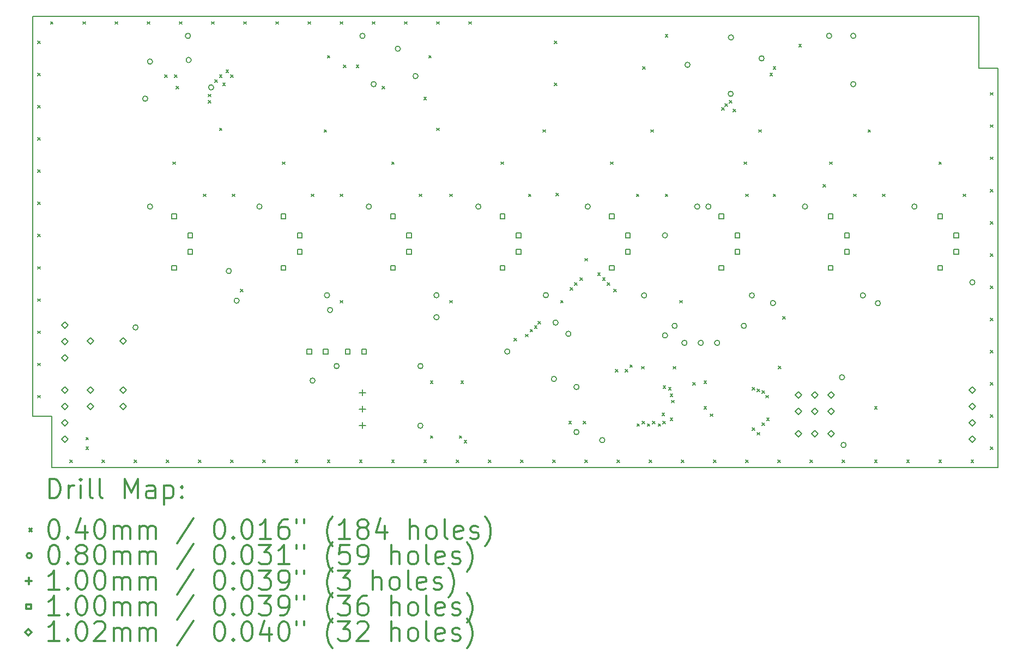
<source format=gbr>
%FSLAX45Y45*%
G04 Gerber Fmt 4.5, Leading zero omitted, Abs format (unit mm)*
G04 Created by KiCad (PCBNEW 4.0.2-stable) date 4/21/2016 11:50:00 AM*
%MOMM*%
G01*
G04 APERTURE LIST*
%ADD10C,0.127000*%
%ADD11C,0.200000*%
%ADD12C,0.300000*%
G04 APERTURE END LIST*
D10*
D11*
X14700000Y6200000D02*
X15000000Y6200000D01*
X14700000Y7000000D02*
X14700000Y6200000D01*
X300000Y800000D02*
X0Y800000D01*
X300000Y0D02*
X300000Y800000D01*
X15000000Y0D02*
X300000Y0D01*
X15000000Y6200000D02*
X15000000Y0D01*
X0Y7000000D02*
X14700000Y7000000D01*
X0Y800000D02*
X0Y7000000D01*
D11*
X80000Y6620000D02*
X120000Y6580000D01*
X120000Y6620000D02*
X80000Y6580000D01*
X80000Y6120000D02*
X120000Y6080000D01*
X120000Y6120000D02*
X80000Y6080000D01*
X80000Y5620000D02*
X120000Y5580000D01*
X120000Y5620000D02*
X80000Y5580000D01*
X80000Y5120000D02*
X120000Y5080000D01*
X120000Y5120000D02*
X80000Y5080000D01*
X80000Y4620000D02*
X120000Y4580000D01*
X120000Y4620000D02*
X80000Y4580000D01*
X80000Y4120000D02*
X120000Y4080000D01*
X120000Y4120000D02*
X80000Y4080000D01*
X80000Y3620000D02*
X120000Y3580000D01*
X120000Y3620000D02*
X80000Y3580000D01*
X80000Y3120000D02*
X120000Y3080000D01*
X120000Y3120000D02*
X80000Y3080000D01*
X80000Y2620000D02*
X120000Y2580000D01*
X120000Y2620000D02*
X80000Y2580000D01*
X80000Y2120000D02*
X120000Y2080000D01*
X120000Y2120000D02*
X80000Y2080000D01*
X80000Y1620000D02*
X120000Y1580000D01*
X120000Y1620000D02*
X80000Y1580000D01*
X80000Y1120000D02*
X120000Y1080000D01*
X120000Y1120000D02*
X80000Y1080000D01*
X280000Y6920000D02*
X320000Y6880000D01*
X320000Y6920000D02*
X280000Y6880000D01*
X580000Y120000D02*
X620000Y80000D01*
X620000Y120000D02*
X580000Y80000D01*
X780000Y6920000D02*
X820000Y6880000D01*
X820000Y6920000D02*
X780000Y6880000D01*
X830000Y470000D02*
X870000Y430000D01*
X870000Y470000D02*
X830000Y430000D01*
X830000Y319999D02*
X870000Y279999D01*
X870000Y319999D02*
X830000Y279999D01*
X1080000Y120000D02*
X1120000Y80000D01*
X1120000Y120000D02*
X1080000Y80000D01*
X1280000Y6920000D02*
X1320000Y6880000D01*
X1320000Y6920000D02*
X1280000Y6880000D01*
X1580000Y120000D02*
X1620000Y80000D01*
X1620000Y120000D02*
X1580000Y80000D01*
X1780000Y6920000D02*
X1820000Y6880000D01*
X1820000Y6920000D02*
X1780000Y6880000D01*
X2055000Y6095000D02*
X2095000Y6055000D01*
X2095000Y6095000D02*
X2055000Y6055000D01*
X2080000Y120000D02*
X2120000Y80000D01*
X2120000Y120000D02*
X2080000Y80000D01*
X2180000Y4745000D02*
X2220000Y4705000D01*
X2220000Y4745000D02*
X2180000Y4705000D01*
X2205000Y6095000D02*
X2245000Y6055000D01*
X2245000Y6095000D02*
X2205000Y6055000D01*
X2230000Y5920000D02*
X2270000Y5880000D01*
X2270000Y5920000D02*
X2230000Y5880000D01*
X2280000Y6920000D02*
X2320000Y6880000D01*
X2320000Y6920000D02*
X2280000Y6880000D01*
X2580000Y120000D02*
X2620000Y80000D01*
X2620000Y120000D02*
X2580000Y80000D01*
X2655000Y4245000D02*
X2695000Y4205000D01*
X2695000Y4245000D02*
X2655000Y4205000D01*
X2730000Y5795000D02*
X2770000Y5755000D01*
X2770000Y5795000D02*
X2730000Y5755000D01*
X2730000Y5695000D02*
X2770000Y5655000D01*
X2770000Y5695000D02*
X2730000Y5655000D01*
X2780000Y6920000D02*
X2820000Y6880000D01*
X2820000Y6920000D02*
X2780000Y6880000D01*
X2830000Y6020000D02*
X2870000Y5980000D01*
X2870000Y6020000D02*
X2830000Y5980000D01*
X2905000Y6095000D02*
X2945000Y6055000D01*
X2945000Y6095000D02*
X2905000Y6055000D01*
X2905000Y5270000D02*
X2945000Y5230000D01*
X2945000Y5270000D02*
X2905000Y5230000D01*
X2955001Y5970000D02*
X2995001Y5930000D01*
X2995001Y5970000D02*
X2955001Y5930000D01*
X3005000Y6170000D02*
X3045000Y6130000D01*
X3045000Y6170000D02*
X3005000Y6130000D01*
X3080000Y6095000D02*
X3120000Y6055000D01*
X3120000Y6095000D02*
X3080000Y6055000D01*
X3080000Y120000D02*
X3120000Y80000D01*
X3120000Y120000D02*
X3080000Y80000D01*
X3105000Y4245000D02*
X3145000Y4205000D01*
X3145000Y4245000D02*
X3105000Y4205000D01*
X3230000Y2770000D02*
X3270000Y2730000D01*
X3270000Y2770000D02*
X3230000Y2730000D01*
X3280000Y6920000D02*
X3320000Y6880000D01*
X3320000Y6920000D02*
X3280000Y6880000D01*
X3580000Y120000D02*
X3620000Y80000D01*
X3620000Y120000D02*
X3580000Y80000D01*
X3780000Y6920000D02*
X3820000Y6880000D01*
X3820000Y6920000D02*
X3780000Y6880000D01*
X3880000Y4745000D02*
X3920000Y4705000D01*
X3920000Y4745000D02*
X3880000Y4705000D01*
X4080000Y120000D02*
X4120000Y80000D01*
X4120000Y120000D02*
X4080000Y80000D01*
X4280000Y6920000D02*
X4320000Y6880000D01*
X4320000Y6920000D02*
X4280000Y6880000D01*
X4330000Y4245000D02*
X4370000Y4205000D01*
X4370000Y4245000D02*
X4330000Y4205000D01*
X4530000Y5245000D02*
X4570000Y5205000D01*
X4570000Y5245000D02*
X4530000Y5205000D01*
X4580000Y6395000D02*
X4620000Y6355000D01*
X4620000Y6395000D02*
X4580000Y6355000D01*
X4580000Y120000D02*
X4620000Y80000D01*
X4620000Y120000D02*
X4580000Y80000D01*
X4780000Y6920000D02*
X4820000Y6880000D01*
X4820000Y6920000D02*
X4780000Y6880000D01*
X4780000Y4245000D02*
X4820000Y4205000D01*
X4820000Y4245000D02*
X4780000Y4205000D01*
X4780000Y2595000D02*
X4820000Y2555000D01*
X4820000Y2595000D02*
X4780000Y2555000D01*
X4830000Y6245000D02*
X4870000Y6205000D01*
X4870000Y6245000D02*
X4830000Y6205000D01*
X5030000Y6245000D02*
X5070000Y6205000D01*
X5070000Y6245000D02*
X5030000Y6205000D01*
X5080000Y120000D02*
X5120000Y80000D01*
X5120000Y120000D02*
X5080000Y80000D01*
X5280000Y6920000D02*
X5320000Y6880000D01*
X5320000Y6920000D02*
X5280000Y6880000D01*
X5430000Y5920000D02*
X5470000Y5880000D01*
X5470000Y5920000D02*
X5430000Y5880000D01*
X5580000Y4745000D02*
X5620000Y4705000D01*
X5620000Y4745000D02*
X5580000Y4705000D01*
X5580000Y120000D02*
X5620000Y80000D01*
X5620000Y120000D02*
X5580000Y80000D01*
X5780000Y6920000D02*
X5820000Y6880000D01*
X5820000Y6920000D02*
X5780000Y6880000D01*
X6005000Y4245000D02*
X6045000Y4205000D01*
X6045000Y4245000D02*
X6005000Y4205000D01*
X6080000Y5745000D02*
X6120000Y5705000D01*
X6120000Y5745000D02*
X6080000Y5705000D01*
X6080000Y120000D02*
X6120000Y80000D01*
X6120000Y120000D02*
X6080000Y80000D01*
X6155000Y6395000D02*
X6195000Y6355000D01*
X6195000Y6395000D02*
X6155000Y6355000D01*
X6179996Y495000D02*
X6219996Y455000D01*
X6219996Y495000D02*
X6179996Y455000D01*
X6180000Y1345000D02*
X6220000Y1305000D01*
X6220000Y1345000D02*
X6180000Y1305000D01*
X6280000Y6920000D02*
X6320000Y6880000D01*
X6320000Y6920000D02*
X6280000Y6880000D01*
X6280000Y5270000D02*
X6320000Y5230000D01*
X6320000Y5270000D02*
X6280000Y5230000D01*
X6480000Y4245000D02*
X6520000Y4205000D01*
X6520000Y4245000D02*
X6480000Y4205000D01*
X6480000Y2595000D02*
X6520000Y2555000D01*
X6520000Y2595000D02*
X6480000Y2555000D01*
X6580000Y120000D02*
X6620000Y80000D01*
X6620000Y120000D02*
X6580000Y80000D01*
X6630000Y495000D02*
X6670000Y455000D01*
X6670000Y495000D02*
X6630000Y455000D01*
X6655000Y1345000D02*
X6695000Y1305000D01*
X6695000Y1345000D02*
X6655000Y1305000D01*
X6705000Y420000D02*
X6745000Y380000D01*
X6745000Y420000D02*
X6705000Y380000D01*
X6780000Y6920000D02*
X6820000Y6880000D01*
X6820000Y6920000D02*
X6780000Y6880000D01*
X7080000Y120000D02*
X7120000Y80000D01*
X7120000Y120000D02*
X7080000Y80000D01*
X7280000Y4745000D02*
X7320000Y4705000D01*
X7320000Y4745000D02*
X7280000Y4705000D01*
X7480000Y2007498D02*
X7520000Y1967498D01*
X7520000Y2007498D02*
X7480000Y1967498D01*
X7580000Y120000D02*
X7620000Y80000D01*
X7620000Y120000D02*
X7580000Y80000D01*
X7655000Y2070000D02*
X7695000Y2030000D01*
X7695000Y2070000D02*
X7655000Y2030000D01*
X7705000Y4245000D02*
X7745000Y4205000D01*
X7745000Y4245000D02*
X7705000Y4205000D01*
X7730000Y2144997D02*
X7770000Y2104997D01*
X7770000Y2144997D02*
X7730000Y2104997D01*
X7798431Y2197497D02*
X7838431Y2157497D01*
X7838431Y2197497D02*
X7798431Y2157497D01*
X7855000Y2270000D02*
X7895000Y2230000D01*
X7895000Y2270000D02*
X7855000Y2230000D01*
X7930000Y5245000D02*
X7970000Y5205000D01*
X7970000Y5245000D02*
X7930000Y5205000D01*
X8080000Y120000D02*
X8120000Y80000D01*
X8120000Y120000D02*
X8080000Y80000D01*
X8105000Y6620000D02*
X8145000Y6580000D01*
X8145000Y6620000D02*
X8105000Y6580000D01*
X8105000Y5970000D02*
X8145000Y5930000D01*
X8145000Y5970000D02*
X8105000Y5930000D01*
X8134400Y4257000D02*
X8174400Y4217000D01*
X8174400Y4257000D02*
X8134400Y4217000D01*
X8205000Y2595000D02*
X8245000Y2555000D01*
X8245000Y2595000D02*
X8205000Y2555000D01*
X8330000Y720000D02*
X8370000Y680000D01*
X8370000Y720000D02*
X8330000Y680000D01*
X8355002Y2795000D02*
X8395002Y2755000D01*
X8395002Y2795000D02*
X8355002Y2755000D01*
X8422698Y2870000D02*
X8462698Y2830000D01*
X8462698Y2870000D02*
X8422698Y2830000D01*
X8505001Y2945000D02*
X8545001Y2905000D01*
X8545001Y2945000D02*
X8505001Y2905000D01*
X8555000Y720000D02*
X8595000Y680000D01*
X8595000Y720000D02*
X8555000Y680000D01*
X8580000Y3245000D02*
X8620000Y3205000D01*
X8620000Y3245000D02*
X8580000Y3205000D01*
X8580000Y120000D02*
X8620000Y80000D01*
X8620000Y120000D02*
X8580000Y80000D01*
X8780000Y3020000D02*
X8820000Y2980000D01*
X8820000Y3020000D02*
X8780000Y2980000D01*
X8855000Y2945000D02*
X8895000Y2905000D01*
X8895000Y2945000D02*
X8855000Y2905000D01*
X8930000Y2870000D02*
X8970000Y2830000D01*
X8970000Y2870000D02*
X8930000Y2830000D01*
X8980000Y4745000D02*
X9020000Y4705000D01*
X9020000Y4745000D02*
X8980000Y4705000D01*
X9029999Y2770000D02*
X9069999Y2730000D01*
X9069999Y2770000D02*
X9029999Y2730000D01*
X9055000Y1520000D02*
X9095000Y1480000D01*
X9095000Y1520000D02*
X9055000Y1480000D01*
X9080000Y120000D02*
X9120000Y80000D01*
X9120000Y120000D02*
X9080000Y80000D01*
X9205000Y1520000D02*
X9245000Y1480000D01*
X9245000Y1520000D02*
X9205000Y1480000D01*
X9280000Y1595000D02*
X9320000Y1555000D01*
X9320000Y1595000D02*
X9280000Y1555000D01*
X9380000Y4245000D02*
X9420000Y4205000D01*
X9420000Y4245000D02*
X9380000Y4205000D01*
X9390000Y680000D02*
X9430000Y640000D01*
X9430000Y680000D02*
X9390000Y640000D01*
X9460837Y1570000D02*
X9500837Y1530000D01*
X9500837Y1570000D02*
X9460837Y1530000D01*
X9470000Y720000D02*
X9510000Y680000D01*
X9510000Y720000D02*
X9470000Y680000D01*
X9480000Y6220000D02*
X9520000Y6180000D01*
X9520000Y6220000D02*
X9480000Y6180000D01*
X9550000Y680000D02*
X9590000Y640000D01*
X9590000Y680000D02*
X9550000Y640000D01*
X9580000Y120000D02*
X9620000Y80000D01*
X9620000Y120000D02*
X9580000Y80000D01*
X9605000Y5245000D02*
X9645000Y5205000D01*
X9645000Y5245000D02*
X9605000Y5205000D01*
X9630000Y720000D02*
X9670000Y680000D01*
X9670000Y720000D02*
X9630000Y680000D01*
X9720000Y680000D02*
X9760000Y640000D01*
X9760000Y680000D02*
X9720000Y640000D01*
X9780000Y845000D02*
X9820000Y805000D01*
X9820000Y845000D02*
X9780000Y805000D01*
X9790000Y720000D02*
X9830000Y680000D01*
X9830000Y720000D02*
X9790000Y680000D01*
X9795000Y1270000D02*
X9835000Y1230000D01*
X9835000Y1270000D02*
X9795000Y1230000D01*
X9830000Y6720000D02*
X9870000Y6680000D01*
X9870000Y6720000D02*
X9830000Y6680000D01*
X9830000Y4245000D02*
X9870000Y4205000D01*
X9870000Y4245000D02*
X9830000Y4205000D01*
X9880000Y1245000D02*
X9920000Y1205000D01*
X9920000Y1245000D02*
X9880000Y1205000D01*
X9905000Y1145000D02*
X9945000Y1105000D01*
X9945000Y1145000D02*
X9905000Y1105000D01*
X9905000Y770000D02*
X9945000Y730000D01*
X9945000Y770000D02*
X9905000Y730000D01*
X9930000Y1045000D02*
X9970000Y1005000D01*
X9970000Y1045000D02*
X9930000Y1005000D01*
X9955000Y1570000D02*
X9995000Y1530000D01*
X9995000Y1570000D02*
X9955000Y1530000D01*
X10055000Y2595000D02*
X10095000Y2555000D01*
X10095000Y2595000D02*
X10055000Y2555000D01*
X10080000Y120000D02*
X10120000Y80000D01*
X10120000Y120000D02*
X10080000Y80000D01*
X10255000Y1320000D02*
X10295000Y1280000D01*
X10295000Y1320000D02*
X10255000Y1280000D01*
X10430000Y1345000D02*
X10470000Y1305000D01*
X10470000Y1345000D02*
X10430000Y1305000D01*
X10430000Y945000D02*
X10470000Y905000D01*
X10470000Y945000D02*
X10430000Y905000D01*
X10530000Y832501D02*
X10570000Y792501D01*
X10570000Y832501D02*
X10530000Y792501D01*
X10580000Y120000D02*
X10620000Y80000D01*
X10620000Y120000D02*
X10580000Y80000D01*
X10705000Y5585003D02*
X10745000Y5545003D01*
X10745000Y5585003D02*
X10705000Y5545003D01*
X10755000Y5647505D02*
X10795000Y5607505D01*
X10795000Y5647505D02*
X10755000Y5607505D01*
X10827055Y5697945D02*
X10867055Y5657945D01*
X10867055Y5697945D02*
X10827055Y5657945D01*
X10886696Y5563305D02*
X10926696Y5523305D01*
X10926696Y5563305D02*
X10886696Y5523305D01*
X11055000Y4745000D02*
X11095000Y4705000D01*
X11095000Y4745000D02*
X11055000Y4705000D01*
X11080000Y4245000D02*
X11120000Y4205000D01*
X11120000Y4245000D02*
X11080000Y4205000D01*
X11080000Y120000D02*
X11120000Y80000D01*
X11120000Y120000D02*
X11080000Y80000D01*
X11179105Y1245298D02*
X11219105Y1205298D01*
X11219105Y1245298D02*
X11179105Y1205298D01*
X11180000Y620000D02*
X11220000Y580000D01*
X11220000Y620000D02*
X11180000Y580000D01*
X11255000Y1220000D02*
X11295000Y1180000D01*
X11295000Y1220000D02*
X11255000Y1180000D01*
X11255000Y545000D02*
X11295000Y505000D01*
X11295000Y545000D02*
X11255000Y505000D01*
X11280000Y5245000D02*
X11320000Y5205000D01*
X11320000Y5245000D02*
X11280000Y5205000D01*
X11330000Y695000D02*
X11370000Y655000D01*
X11370000Y695000D02*
X11330000Y655000D01*
X11330895Y1194702D02*
X11370895Y1154702D01*
X11370895Y1194702D02*
X11330895Y1154702D01*
X11393396Y1120000D02*
X11433396Y1080000D01*
X11433396Y1120000D02*
X11393396Y1080000D01*
X11405000Y770000D02*
X11445000Y730000D01*
X11445000Y770000D02*
X11405000Y730000D01*
X11455000Y6120000D02*
X11495000Y6080000D01*
X11495000Y6120000D02*
X11455000Y6080000D01*
X11504999Y6220000D02*
X11544999Y6180000D01*
X11544999Y6220000D02*
X11504999Y6180000D01*
X11505000Y4245000D02*
X11545000Y4205000D01*
X11545000Y4245000D02*
X11505000Y4205000D01*
X11580000Y120000D02*
X11620000Y80000D01*
X11620000Y120000D02*
X11580000Y80000D01*
X11586023Y1576023D02*
X11626023Y1536023D01*
X11626023Y1576023D02*
X11586023Y1536023D01*
X11655896Y2345299D02*
X11695896Y2305299D01*
X11695896Y2345299D02*
X11655896Y2305299D01*
X11905000Y6570000D02*
X11945000Y6530000D01*
X11945000Y6570000D02*
X11905000Y6530000D01*
X12080000Y120000D02*
X12120000Y80000D01*
X12120000Y120000D02*
X12080000Y80000D01*
X12280000Y4395000D02*
X12320000Y4355000D01*
X12320000Y4395000D02*
X12280000Y4355000D01*
X12380000Y4745000D02*
X12420000Y4705000D01*
X12420000Y4745000D02*
X12380000Y4705000D01*
X12580000Y120000D02*
X12620000Y80000D01*
X12620000Y120000D02*
X12580000Y80000D01*
X12755000Y4245000D02*
X12795000Y4205000D01*
X12795000Y4245000D02*
X12755000Y4205000D01*
X12980000Y5245000D02*
X13020000Y5205000D01*
X13020000Y5245000D02*
X12980000Y5205000D01*
X13080000Y945000D02*
X13120000Y905000D01*
X13120000Y945000D02*
X13080000Y905000D01*
X13080000Y120000D02*
X13120000Y80000D01*
X13120000Y120000D02*
X13080000Y80000D01*
X13205000Y4245000D02*
X13245000Y4205000D01*
X13245000Y4245000D02*
X13205000Y4205000D01*
X13580000Y120000D02*
X13620000Y80000D01*
X13620000Y120000D02*
X13580000Y80000D01*
X14080000Y4745000D02*
X14120000Y4705000D01*
X14120000Y4745000D02*
X14080000Y4705000D01*
X14080000Y120000D02*
X14120000Y80000D01*
X14120000Y120000D02*
X14080000Y80000D01*
X14455000Y4245000D02*
X14495000Y4205000D01*
X14495000Y4245000D02*
X14455000Y4205000D01*
X14580000Y120000D02*
X14620000Y80000D01*
X14620000Y120000D02*
X14580000Y80000D01*
X14880000Y5820000D02*
X14920000Y5780000D01*
X14920000Y5820000D02*
X14880000Y5780000D01*
X14880000Y5320000D02*
X14920000Y5280000D01*
X14920000Y5320000D02*
X14880000Y5280000D01*
X14880000Y4820000D02*
X14920000Y4780000D01*
X14920000Y4820000D02*
X14880000Y4780000D01*
X14880000Y4320000D02*
X14920000Y4280000D01*
X14920000Y4320000D02*
X14880000Y4280000D01*
X14880000Y3820000D02*
X14920000Y3780000D01*
X14920000Y3820000D02*
X14880000Y3780000D01*
X14880000Y3320000D02*
X14920000Y3280000D01*
X14920000Y3320000D02*
X14880000Y3280000D01*
X14880000Y2820000D02*
X14920000Y2780000D01*
X14920000Y2820000D02*
X14880000Y2780000D01*
X14880000Y2320000D02*
X14920000Y2280000D01*
X14920000Y2320000D02*
X14880000Y2280000D01*
X14880000Y1820000D02*
X14920000Y1780000D01*
X14920000Y1820000D02*
X14880000Y1780000D01*
X14880000Y1320000D02*
X14920000Y1280000D01*
X14920000Y1320000D02*
X14880000Y1280000D01*
X14880000Y820000D02*
X14920000Y780000D01*
X14920000Y820000D02*
X14880000Y780000D01*
X14880000Y320000D02*
X14920000Y280000D01*
X14920000Y320000D02*
X14880000Y280000D01*
X1640000Y2175000D02*
G75*
G03X1640000Y2175000I-40000J0D01*
G01*
X1790000Y5725000D02*
G75*
G03X1790000Y5725000I-40000J0D01*
G01*
X1865000Y6300000D02*
G75*
G03X1865000Y6300000I-40000J0D01*
G01*
X1865000Y4050000D02*
G75*
G03X1865000Y4050000I-40000J0D01*
G01*
X2454400Y6699200D02*
G75*
G03X2454400Y6699200I-40000J0D01*
G01*
X2465000Y6325000D02*
G75*
G03X2465000Y6325000I-40000J0D01*
G01*
X2815000Y5900000D02*
G75*
G03X2815000Y5900000I-40000J0D01*
G01*
X3090000Y3050000D02*
G75*
G03X3090000Y3050000I-40000J0D01*
G01*
X3210721Y2590125D02*
G75*
G03X3210721Y2590125I-40000J0D01*
G01*
X3565000Y4050000D02*
G75*
G03X3565000Y4050000I-40000J0D01*
G01*
X4390000Y1350000D02*
G75*
G03X4390000Y1350000I-40000J0D01*
G01*
X4615000Y2675000D02*
G75*
G03X4615000Y2675000I-40000J0D01*
G01*
X4662092Y2444998D02*
G75*
G03X4662092Y2444998I-40000J0D01*
G01*
X4765000Y1575000D02*
G75*
G03X4765000Y1575000I-40000J0D01*
G01*
X5165000Y6699200D02*
G75*
G03X5165000Y6699200I-40000J0D01*
G01*
X5265000Y4050000D02*
G75*
G03X5265000Y4050000I-40000J0D01*
G01*
X5340000Y5949999D02*
G75*
G03X5340000Y5949999I-40000J0D01*
G01*
X5715000Y6500000D02*
G75*
G03X5715000Y6500000I-40000J0D01*
G01*
X5990000Y6075000D02*
G75*
G03X5990000Y6075000I-40000J0D01*
G01*
X6065000Y1575000D02*
G75*
G03X6065000Y1575000I-40000J0D01*
G01*
X6065000Y650000D02*
G75*
G03X6065000Y650000I-40000J0D01*
G01*
X6315000Y2675000D02*
G75*
G03X6315000Y2675000I-40000J0D01*
G01*
X6315000Y2332499D02*
G75*
G03X6315000Y2332499I-40000J0D01*
G01*
X6965000Y4050000D02*
G75*
G03X6965000Y4050000I-40000J0D01*
G01*
X7415000Y1800000D02*
G75*
G03X7415000Y1800000I-40000J0D01*
G01*
X8015000Y2675000D02*
G75*
G03X8015000Y2675000I-40000J0D01*
G01*
X8140000Y1374999D02*
G75*
G03X8140000Y1374999I-40000J0D01*
G01*
X8165000Y2250000D02*
G75*
G03X8165000Y2250000I-40000J0D01*
G01*
X8365000Y2075000D02*
G75*
G03X8365000Y2075000I-40000J0D01*
G01*
X8489999Y1250000D02*
G75*
G03X8489999Y1250000I-40000J0D01*
G01*
X8490000Y550000D02*
G75*
G03X8490000Y550000I-40000J0D01*
G01*
X8665000Y4050000D02*
G75*
G03X8665000Y4050000I-40000J0D01*
G01*
X8890000Y425000D02*
G75*
G03X8890000Y425000I-40000J0D01*
G01*
X9540000Y2671298D02*
G75*
G03X9540000Y2671298I-40000J0D01*
G01*
X9865000Y3604000D02*
G75*
G03X9865000Y3604000I-40000J0D01*
G01*
X9865000Y2050000D02*
G75*
G03X9865000Y2050000I-40000J0D01*
G01*
X10015000Y2200000D02*
G75*
G03X10015000Y2200000I-40000J0D01*
G01*
X10166400Y1934800D02*
G75*
G03X10166400Y1934800I-40000J0D01*
G01*
X10215000Y6250000D02*
G75*
G03X10215000Y6250000I-40000J0D01*
G01*
X10365000Y4050000D02*
G75*
G03X10365000Y4050000I-40000J0D01*
G01*
X10420400Y1934800D02*
G75*
G03X10420400Y1934800I-40000J0D01*
G01*
X10539999Y4050000D02*
G75*
G03X10539999Y4050000I-40000J0D01*
G01*
X10674400Y1934800D02*
G75*
G03X10674400Y1934800I-40000J0D01*
G01*
X10886800Y5800000D02*
G75*
G03X10886800Y5800000I-40000J0D01*
G01*
X10890000Y6675000D02*
G75*
G03X10890000Y6675000I-40000J0D01*
G01*
X11090000Y2200000D02*
G75*
G03X11090000Y2200000I-40000J0D01*
G01*
X11215000Y2671298D02*
G75*
G03X11215000Y2671298I-40000J0D01*
G01*
X11365000Y6350000D02*
G75*
G03X11365000Y6350000I-40000J0D01*
G01*
X11542908Y2552908D02*
G75*
G03X11542908Y2552908I-40000J0D01*
G01*
X12040000Y4050000D02*
G75*
G03X12040000Y4050000I-40000J0D01*
G01*
X12415001Y6700002D02*
G75*
G03X12415001Y6700002I-40000J0D01*
G01*
X12615000Y1400000D02*
G75*
G03X12615000Y1400000I-40000J0D01*
G01*
X12640000Y350000D02*
G75*
G03X12640000Y350000I-40000J0D01*
G01*
X12790000Y6699998D02*
G75*
G03X12790000Y6699998I-40000J0D01*
G01*
X12790000Y5950000D02*
G75*
G03X12790000Y5950000I-40000J0D01*
G01*
X12940000Y2671298D02*
G75*
G03X12940000Y2671298I-40000J0D01*
G01*
X13172499Y2550000D02*
G75*
G03X13172499Y2550000I-40000J0D01*
G01*
X13740000Y4050000D02*
G75*
G03X13740000Y4050000I-40000J0D01*
G01*
X14640000Y2875000D02*
G75*
G03X14640000Y2875000I-40000J0D01*
G01*
X5125000Y1213600D02*
X5125000Y1113600D01*
X5075000Y1163600D02*
X5175000Y1163600D01*
X5125000Y959600D02*
X5125000Y859600D01*
X5075000Y909600D02*
X5175000Y909600D01*
X5125000Y705600D02*
X5125000Y605600D01*
X5075000Y655600D02*
X5175000Y655600D01*
X2235129Y3864617D02*
X2235129Y3935382D01*
X2164364Y3935382D01*
X2164364Y3864617D01*
X2235129Y3864617D01*
X2235129Y3064617D02*
X2235129Y3135382D01*
X2164364Y3135382D01*
X2164364Y3064617D01*
X2235129Y3064617D01*
X2485383Y3568617D02*
X2485383Y3639382D01*
X2414618Y3639382D01*
X2414618Y3568617D01*
X2485383Y3568617D01*
X2485383Y3314617D02*
X2485383Y3385382D01*
X2414618Y3385382D01*
X2414618Y3314617D01*
X2485383Y3314617D01*
X3935128Y3864617D02*
X3935128Y3935382D01*
X3864363Y3935382D01*
X3864363Y3864617D01*
X3935128Y3864617D01*
X3935128Y3064617D02*
X3935128Y3135382D01*
X3864363Y3135382D01*
X3864363Y3064617D01*
X3935128Y3064617D01*
X4185382Y3568617D02*
X4185382Y3639382D01*
X4114617Y3639382D01*
X4114617Y3568617D01*
X4185382Y3568617D01*
X4185382Y3314617D02*
X4185382Y3385382D01*
X4114617Y3385382D01*
X4114617Y3314617D01*
X4185382Y3314617D01*
X4335383Y1764617D02*
X4335383Y1835382D01*
X4264618Y1835382D01*
X4264618Y1764617D01*
X4335383Y1764617D01*
X4589383Y1764617D02*
X4589383Y1835382D01*
X4518618Y1835382D01*
X4518618Y1764617D01*
X4589383Y1764617D01*
X4931383Y1764617D02*
X4931383Y1835382D01*
X4860618Y1835382D01*
X4860618Y1764617D01*
X4931383Y1764617D01*
X5185383Y1764617D02*
X5185383Y1835382D01*
X5114618Y1835382D01*
X5114618Y1764617D01*
X5185383Y1764617D01*
X5635128Y3864617D02*
X5635128Y3935382D01*
X5564364Y3935382D01*
X5564364Y3864617D01*
X5635128Y3864617D01*
X5635128Y3064617D02*
X5635128Y3135382D01*
X5564364Y3135382D01*
X5564364Y3064617D01*
X5635128Y3064617D01*
X5885382Y3568617D02*
X5885382Y3639382D01*
X5814617Y3639382D01*
X5814617Y3568617D01*
X5885382Y3568617D01*
X5885382Y3314617D02*
X5885382Y3385382D01*
X5814617Y3385382D01*
X5814617Y3314617D01*
X5885382Y3314617D01*
X7335128Y3864617D02*
X7335128Y3935382D01*
X7264363Y3935382D01*
X7264363Y3864617D01*
X7335128Y3864617D01*
X7335128Y3064617D02*
X7335128Y3135382D01*
X7264363Y3135382D01*
X7264363Y3064617D01*
X7335128Y3064617D01*
X7585382Y3568617D02*
X7585382Y3639382D01*
X7514617Y3639382D01*
X7514617Y3568617D01*
X7585382Y3568617D01*
X7585382Y3314617D02*
X7585382Y3385382D01*
X7514617Y3385382D01*
X7514617Y3314617D01*
X7585382Y3314617D01*
X9035129Y3864617D02*
X9035129Y3935382D01*
X8964364Y3935382D01*
X8964364Y3864617D01*
X9035129Y3864617D01*
X9035129Y3064617D02*
X9035129Y3135382D01*
X8964364Y3135382D01*
X8964364Y3064617D01*
X9035129Y3064617D01*
X9285383Y3568617D02*
X9285383Y3639382D01*
X9214618Y3639382D01*
X9214618Y3568617D01*
X9285383Y3568617D01*
X9285383Y3314617D02*
X9285383Y3385382D01*
X9214618Y3385382D01*
X9214618Y3314617D01*
X9285383Y3314617D01*
X10735129Y3864617D02*
X10735129Y3935382D01*
X10664364Y3935382D01*
X10664364Y3864617D01*
X10735129Y3864617D01*
X10735129Y3064617D02*
X10735129Y3135382D01*
X10664364Y3135382D01*
X10664364Y3064617D01*
X10735129Y3064617D01*
X10985383Y3568617D02*
X10985383Y3639382D01*
X10914618Y3639382D01*
X10914618Y3568617D01*
X10985383Y3568617D01*
X10985383Y3314617D02*
X10985383Y3385382D01*
X10914618Y3385382D01*
X10914618Y3314617D01*
X10985383Y3314617D01*
X12435128Y3864617D02*
X12435128Y3935382D01*
X12364363Y3935382D01*
X12364363Y3864617D01*
X12435128Y3864617D01*
X12435128Y3064617D02*
X12435128Y3135382D01*
X12364363Y3135382D01*
X12364363Y3064617D01*
X12435128Y3064617D01*
X12685382Y3568617D02*
X12685382Y3639382D01*
X12614617Y3639382D01*
X12614617Y3568617D01*
X12685382Y3568617D01*
X12685382Y3314617D02*
X12685382Y3385382D01*
X12614617Y3385382D01*
X12614617Y3314617D01*
X12685382Y3314617D01*
X14135128Y3864617D02*
X14135128Y3935382D01*
X14064363Y3935382D01*
X14064363Y3864617D01*
X14135128Y3864617D01*
X14135128Y3064617D02*
X14135128Y3135382D01*
X14064363Y3135382D01*
X14064363Y3064617D01*
X14135128Y3064617D01*
X14385382Y3568617D02*
X14385382Y3639382D01*
X14314617Y3639382D01*
X14314617Y3568617D01*
X14385382Y3568617D01*
X14385382Y3314617D02*
X14385382Y3385382D01*
X14314617Y3385382D01*
X14314617Y3314617D01*
X14385382Y3314617D01*
X500000Y2157200D02*
X550800Y2208000D01*
X500000Y2258800D01*
X449200Y2208000D01*
X500000Y2157200D01*
X500000Y1903200D02*
X550800Y1954000D01*
X500000Y2004800D01*
X449200Y1954000D01*
X500000Y1903200D01*
X500000Y1649200D02*
X550800Y1700000D01*
X500000Y1750800D01*
X449200Y1700000D01*
X500000Y1649200D01*
X500000Y1149200D02*
X550800Y1200000D01*
X500000Y1250800D01*
X449200Y1200000D01*
X500000Y1149200D01*
X500000Y895200D02*
X550800Y946000D01*
X500000Y996800D01*
X449200Y946000D01*
X500000Y895200D01*
X500000Y641200D02*
X550800Y692000D01*
X500000Y742800D01*
X449200Y692000D01*
X500000Y641200D01*
X500000Y387200D02*
X550800Y438000D01*
X500000Y488800D01*
X449200Y438000D01*
X500000Y387200D01*
X900000Y1911200D02*
X950800Y1962000D01*
X900000Y2012800D01*
X849200Y1962000D01*
X900000Y1911200D01*
X900000Y1911200D02*
X950800Y1962000D01*
X900000Y2012800D01*
X849200Y1962000D01*
X900000Y1911200D01*
X900000Y1149200D02*
X950800Y1200000D01*
X900000Y1250800D01*
X849200Y1200000D01*
X900000Y1149200D01*
X900000Y1149200D02*
X950800Y1200000D01*
X900000Y1250800D01*
X849200Y1200000D01*
X900000Y1149200D01*
X900000Y895200D02*
X950800Y946000D01*
X900000Y996800D01*
X849200Y946000D01*
X900000Y895200D01*
X900000Y895200D02*
X950800Y946000D01*
X900000Y996800D01*
X849200Y946000D01*
X900000Y895200D01*
X1408000Y1911200D02*
X1458800Y1962000D01*
X1408000Y2012800D01*
X1357200Y1962000D01*
X1408000Y1911200D01*
X1408000Y1911200D02*
X1458800Y1962000D01*
X1408000Y2012800D01*
X1357200Y1962000D01*
X1408000Y1911200D01*
X1408000Y1149200D02*
X1458800Y1200000D01*
X1408000Y1250800D01*
X1357200Y1200000D01*
X1408000Y1149200D01*
X1408000Y1149200D02*
X1458800Y1200000D01*
X1408000Y1250800D01*
X1357200Y1200000D01*
X1408000Y1149200D01*
X1408000Y895200D02*
X1458800Y946000D01*
X1408000Y996800D01*
X1357200Y946000D01*
X1408000Y895200D01*
X1408000Y895200D02*
X1458800Y946000D01*
X1408000Y996800D01*
X1357200Y946000D01*
X1408000Y895200D01*
X11896000Y1078200D02*
X11946800Y1129000D01*
X11896000Y1179800D01*
X11845200Y1129000D01*
X11896000Y1078200D01*
X11896000Y824200D02*
X11946800Y875000D01*
X11896000Y925800D01*
X11845200Y875000D01*
X11896000Y824200D01*
X11896000Y474200D02*
X11946800Y525000D01*
X11896000Y575800D01*
X11845200Y525000D01*
X11896000Y474200D01*
X12150000Y1078200D02*
X12200800Y1129000D01*
X12150000Y1179800D01*
X12099200Y1129000D01*
X12150000Y1078200D01*
X12150000Y824200D02*
X12200800Y875000D01*
X12150000Y925800D01*
X12099200Y875000D01*
X12150000Y824200D01*
X12150000Y474200D02*
X12200800Y525000D01*
X12150000Y575800D01*
X12099200Y525000D01*
X12150000Y474200D01*
X12404000Y1078200D02*
X12454800Y1129000D01*
X12404000Y1179800D01*
X12353200Y1129000D01*
X12404000Y1078200D01*
X12404000Y824200D02*
X12454800Y875000D01*
X12404000Y925800D01*
X12353200Y875000D01*
X12404000Y824200D01*
X12404000Y474200D02*
X12454800Y525000D01*
X12404000Y575800D01*
X12353200Y525000D01*
X12404000Y474200D01*
X14600000Y1149200D02*
X14650800Y1200000D01*
X14600000Y1250800D01*
X14549200Y1200000D01*
X14600000Y1149200D01*
X14600000Y895200D02*
X14650800Y946000D01*
X14600000Y996800D01*
X14549200Y946000D01*
X14600000Y895200D01*
X14600000Y641200D02*
X14650800Y692000D01*
X14600000Y742800D01*
X14549200Y692000D01*
X14600000Y641200D01*
X14600000Y387200D02*
X14650800Y438000D01*
X14600000Y488800D01*
X14549200Y438000D01*
X14600000Y387200D01*
D12*
X261428Y-475714D02*
X261428Y-175714D01*
X332857Y-175714D01*
X375714Y-190000D01*
X404286Y-218571D01*
X418571Y-247143D01*
X432857Y-304286D01*
X432857Y-347143D01*
X418571Y-404286D01*
X404286Y-432857D01*
X375714Y-461429D01*
X332857Y-475714D01*
X261428Y-475714D01*
X561429Y-475714D02*
X561429Y-275714D01*
X561429Y-332857D02*
X575714Y-304286D01*
X590000Y-290000D01*
X618571Y-275714D01*
X647143Y-275714D01*
X747143Y-475714D02*
X747143Y-275714D01*
X747143Y-175714D02*
X732857Y-190000D01*
X747143Y-204286D01*
X761428Y-190000D01*
X747143Y-175714D01*
X747143Y-204286D01*
X932857Y-475714D02*
X904286Y-461429D01*
X890000Y-432857D01*
X890000Y-175714D01*
X1090000Y-475714D02*
X1061429Y-461429D01*
X1047143Y-432857D01*
X1047143Y-175714D01*
X1432857Y-475714D02*
X1432857Y-175714D01*
X1532857Y-390000D01*
X1632857Y-175714D01*
X1632857Y-475714D01*
X1904286Y-475714D02*
X1904286Y-318572D01*
X1890000Y-290000D01*
X1861428Y-275714D01*
X1804286Y-275714D01*
X1775714Y-290000D01*
X1904286Y-461429D02*
X1875714Y-475714D01*
X1804286Y-475714D01*
X1775714Y-461429D01*
X1761428Y-432857D01*
X1761428Y-404286D01*
X1775714Y-375714D01*
X1804286Y-361429D01*
X1875714Y-361429D01*
X1904286Y-347143D01*
X2047143Y-275714D02*
X2047143Y-575714D01*
X2047143Y-290000D02*
X2075714Y-275714D01*
X2132857Y-275714D01*
X2161429Y-290000D01*
X2175714Y-304286D01*
X2190000Y-332857D01*
X2190000Y-418571D01*
X2175714Y-447143D01*
X2161429Y-461429D01*
X2132857Y-475714D01*
X2075714Y-475714D01*
X2047143Y-461429D01*
X2318571Y-447143D02*
X2332857Y-461429D01*
X2318571Y-475714D01*
X2304286Y-461429D01*
X2318571Y-447143D01*
X2318571Y-475714D01*
X2318571Y-290000D02*
X2332857Y-304286D01*
X2318571Y-318572D01*
X2304286Y-304286D01*
X2318571Y-290000D01*
X2318571Y-318572D01*
X-50000Y-950000D02*
X-10000Y-990000D01*
X-10000Y-950000D02*
X-50000Y-990000D01*
X318571Y-805714D02*
X347143Y-805714D01*
X375714Y-820000D01*
X390000Y-834286D01*
X404286Y-862857D01*
X418571Y-920000D01*
X418571Y-991429D01*
X404286Y-1048571D01*
X390000Y-1077143D01*
X375714Y-1091429D01*
X347143Y-1105714D01*
X318571Y-1105714D01*
X290000Y-1091429D01*
X275714Y-1077143D01*
X261428Y-1048571D01*
X247143Y-991429D01*
X247143Y-920000D01*
X261428Y-862857D01*
X275714Y-834286D01*
X290000Y-820000D01*
X318571Y-805714D01*
X547143Y-1077143D02*
X561429Y-1091429D01*
X547143Y-1105714D01*
X532857Y-1091429D01*
X547143Y-1077143D01*
X547143Y-1105714D01*
X818571Y-905714D02*
X818571Y-1105714D01*
X747143Y-791429D02*
X675714Y-1005714D01*
X861428Y-1005714D01*
X1032857Y-805714D02*
X1061429Y-805714D01*
X1090000Y-820000D01*
X1104286Y-834286D01*
X1118571Y-862857D01*
X1132857Y-920000D01*
X1132857Y-991429D01*
X1118571Y-1048571D01*
X1104286Y-1077143D01*
X1090000Y-1091429D01*
X1061429Y-1105714D01*
X1032857Y-1105714D01*
X1004286Y-1091429D01*
X990000Y-1077143D01*
X975714Y-1048571D01*
X961428Y-991429D01*
X961428Y-920000D01*
X975714Y-862857D01*
X990000Y-834286D01*
X1004286Y-820000D01*
X1032857Y-805714D01*
X1261429Y-1105714D02*
X1261429Y-905714D01*
X1261429Y-934286D02*
X1275714Y-920000D01*
X1304286Y-905714D01*
X1347143Y-905714D01*
X1375714Y-920000D01*
X1390000Y-948571D01*
X1390000Y-1105714D01*
X1390000Y-948571D02*
X1404286Y-920000D01*
X1432857Y-905714D01*
X1475714Y-905714D01*
X1504286Y-920000D01*
X1518571Y-948571D01*
X1518571Y-1105714D01*
X1661428Y-1105714D02*
X1661428Y-905714D01*
X1661428Y-934286D02*
X1675714Y-920000D01*
X1704286Y-905714D01*
X1747143Y-905714D01*
X1775714Y-920000D01*
X1790000Y-948571D01*
X1790000Y-1105714D01*
X1790000Y-948571D02*
X1804286Y-920000D01*
X1832857Y-905714D01*
X1875714Y-905714D01*
X1904286Y-920000D01*
X1918571Y-948571D01*
X1918571Y-1105714D01*
X2504286Y-791429D02*
X2247143Y-1177143D01*
X2890000Y-805714D02*
X2918571Y-805714D01*
X2947143Y-820000D01*
X2961428Y-834286D01*
X2975714Y-862857D01*
X2990000Y-920000D01*
X2990000Y-991429D01*
X2975714Y-1048571D01*
X2961428Y-1077143D01*
X2947143Y-1091429D01*
X2918571Y-1105714D01*
X2890000Y-1105714D01*
X2861428Y-1091429D01*
X2847143Y-1077143D01*
X2832857Y-1048571D01*
X2818571Y-991429D01*
X2818571Y-920000D01*
X2832857Y-862857D01*
X2847143Y-834286D01*
X2861428Y-820000D01*
X2890000Y-805714D01*
X3118571Y-1077143D02*
X3132857Y-1091429D01*
X3118571Y-1105714D01*
X3104286Y-1091429D01*
X3118571Y-1077143D01*
X3118571Y-1105714D01*
X3318571Y-805714D02*
X3347143Y-805714D01*
X3375714Y-820000D01*
X3390000Y-834286D01*
X3404285Y-862857D01*
X3418571Y-920000D01*
X3418571Y-991429D01*
X3404285Y-1048571D01*
X3390000Y-1077143D01*
X3375714Y-1091429D01*
X3347143Y-1105714D01*
X3318571Y-1105714D01*
X3290000Y-1091429D01*
X3275714Y-1077143D01*
X3261428Y-1048571D01*
X3247143Y-991429D01*
X3247143Y-920000D01*
X3261428Y-862857D01*
X3275714Y-834286D01*
X3290000Y-820000D01*
X3318571Y-805714D01*
X3704285Y-1105714D02*
X3532857Y-1105714D01*
X3618571Y-1105714D02*
X3618571Y-805714D01*
X3590000Y-848571D01*
X3561428Y-877143D01*
X3532857Y-891429D01*
X3961428Y-805714D02*
X3904285Y-805714D01*
X3875714Y-820000D01*
X3861428Y-834286D01*
X3832857Y-877143D01*
X3818571Y-934286D01*
X3818571Y-1048571D01*
X3832857Y-1077143D01*
X3847143Y-1091429D01*
X3875714Y-1105714D01*
X3932857Y-1105714D01*
X3961428Y-1091429D01*
X3975714Y-1077143D01*
X3990000Y-1048571D01*
X3990000Y-977143D01*
X3975714Y-948571D01*
X3961428Y-934286D01*
X3932857Y-920000D01*
X3875714Y-920000D01*
X3847143Y-934286D01*
X3832857Y-948571D01*
X3818571Y-977143D01*
X4104286Y-805714D02*
X4104286Y-862857D01*
X4218571Y-805714D02*
X4218571Y-862857D01*
X4661428Y-1220000D02*
X4647143Y-1205714D01*
X4618571Y-1162857D01*
X4604286Y-1134286D01*
X4590000Y-1091429D01*
X4575714Y-1020000D01*
X4575714Y-962857D01*
X4590000Y-891429D01*
X4604286Y-848571D01*
X4618571Y-820000D01*
X4647143Y-777143D01*
X4661428Y-762857D01*
X4932857Y-1105714D02*
X4761428Y-1105714D01*
X4847143Y-1105714D02*
X4847143Y-805714D01*
X4818571Y-848571D01*
X4790000Y-877143D01*
X4761428Y-891429D01*
X5104286Y-934286D02*
X5075714Y-920000D01*
X5061428Y-905714D01*
X5047143Y-877143D01*
X5047143Y-862857D01*
X5061428Y-834286D01*
X5075714Y-820000D01*
X5104286Y-805714D01*
X5161428Y-805714D01*
X5190000Y-820000D01*
X5204286Y-834286D01*
X5218571Y-862857D01*
X5218571Y-877143D01*
X5204286Y-905714D01*
X5190000Y-920000D01*
X5161428Y-934286D01*
X5104286Y-934286D01*
X5075714Y-948571D01*
X5061428Y-962857D01*
X5047143Y-991429D01*
X5047143Y-1048571D01*
X5061428Y-1077143D01*
X5075714Y-1091429D01*
X5104286Y-1105714D01*
X5161428Y-1105714D01*
X5190000Y-1091429D01*
X5204286Y-1077143D01*
X5218571Y-1048571D01*
X5218571Y-991429D01*
X5204286Y-962857D01*
X5190000Y-948571D01*
X5161428Y-934286D01*
X5475714Y-905714D02*
X5475714Y-1105714D01*
X5404286Y-791429D02*
X5332857Y-1005714D01*
X5518571Y-1005714D01*
X5861428Y-1105714D02*
X5861428Y-805714D01*
X5990000Y-1105714D02*
X5990000Y-948571D01*
X5975714Y-920000D01*
X5947143Y-905714D01*
X5904285Y-905714D01*
X5875714Y-920000D01*
X5861428Y-934286D01*
X6175714Y-1105714D02*
X6147143Y-1091429D01*
X6132857Y-1077143D01*
X6118571Y-1048571D01*
X6118571Y-962857D01*
X6132857Y-934286D01*
X6147143Y-920000D01*
X6175714Y-905714D01*
X6218571Y-905714D01*
X6247143Y-920000D01*
X6261428Y-934286D01*
X6275714Y-962857D01*
X6275714Y-1048571D01*
X6261428Y-1077143D01*
X6247143Y-1091429D01*
X6218571Y-1105714D01*
X6175714Y-1105714D01*
X6447143Y-1105714D02*
X6418571Y-1091429D01*
X6404286Y-1062857D01*
X6404286Y-805714D01*
X6675714Y-1091429D02*
X6647143Y-1105714D01*
X6590000Y-1105714D01*
X6561428Y-1091429D01*
X6547143Y-1062857D01*
X6547143Y-948571D01*
X6561428Y-920000D01*
X6590000Y-905714D01*
X6647143Y-905714D01*
X6675714Y-920000D01*
X6690000Y-948571D01*
X6690000Y-977143D01*
X6547143Y-1005714D01*
X6804286Y-1091429D02*
X6832857Y-1105714D01*
X6890000Y-1105714D01*
X6918571Y-1091429D01*
X6932857Y-1062857D01*
X6932857Y-1048571D01*
X6918571Y-1020000D01*
X6890000Y-1005714D01*
X6847143Y-1005714D01*
X6818571Y-991429D01*
X6804286Y-962857D01*
X6804286Y-948571D01*
X6818571Y-920000D01*
X6847143Y-905714D01*
X6890000Y-905714D01*
X6918571Y-920000D01*
X7032857Y-1220000D02*
X7047143Y-1205714D01*
X7075714Y-1162857D01*
X7090000Y-1134286D01*
X7104286Y-1091429D01*
X7118571Y-1020000D01*
X7118571Y-962857D01*
X7104286Y-891429D01*
X7090000Y-848571D01*
X7075714Y-820000D01*
X7047143Y-777143D01*
X7032857Y-762857D01*
X-10000Y-1366000D02*
G75*
G03X-10000Y-1366000I-40000J0D01*
G01*
X318571Y-1201714D02*
X347143Y-1201714D01*
X375714Y-1216000D01*
X390000Y-1230286D01*
X404286Y-1258857D01*
X418571Y-1316000D01*
X418571Y-1387429D01*
X404286Y-1444571D01*
X390000Y-1473143D01*
X375714Y-1487429D01*
X347143Y-1501714D01*
X318571Y-1501714D01*
X290000Y-1487429D01*
X275714Y-1473143D01*
X261428Y-1444571D01*
X247143Y-1387429D01*
X247143Y-1316000D01*
X261428Y-1258857D01*
X275714Y-1230286D01*
X290000Y-1216000D01*
X318571Y-1201714D01*
X547143Y-1473143D02*
X561429Y-1487429D01*
X547143Y-1501714D01*
X532857Y-1487429D01*
X547143Y-1473143D01*
X547143Y-1501714D01*
X732857Y-1330286D02*
X704286Y-1316000D01*
X690000Y-1301714D01*
X675714Y-1273143D01*
X675714Y-1258857D01*
X690000Y-1230286D01*
X704286Y-1216000D01*
X732857Y-1201714D01*
X790000Y-1201714D01*
X818571Y-1216000D01*
X832857Y-1230286D01*
X847143Y-1258857D01*
X847143Y-1273143D01*
X832857Y-1301714D01*
X818571Y-1316000D01*
X790000Y-1330286D01*
X732857Y-1330286D01*
X704286Y-1344572D01*
X690000Y-1358857D01*
X675714Y-1387429D01*
X675714Y-1444571D01*
X690000Y-1473143D01*
X704286Y-1487429D01*
X732857Y-1501714D01*
X790000Y-1501714D01*
X818571Y-1487429D01*
X832857Y-1473143D01*
X847143Y-1444571D01*
X847143Y-1387429D01*
X832857Y-1358857D01*
X818571Y-1344572D01*
X790000Y-1330286D01*
X1032857Y-1201714D02*
X1061429Y-1201714D01*
X1090000Y-1216000D01*
X1104286Y-1230286D01*
X1118571Y-1258857D01*
X1132857Y-1316000D01*
X1132857Y-1387429D01*
X1118571Y-1444571D01*
X1104286Y-1473143D01*
X1090000Y-1487429D01*
X1061429Y-1501714D01*
X1032857Y-1501714D01*
X1004286Y-1487429D01*
X990000Y-1473143D01*
X975714Y-1444571D01*
X961428Y-1387429D01*
X961428Y-1316000D01*
X975714Y-1258857D01*
X990000Y-1230286D01*
X1004286Y-1216000D01*
X1032857Y-1201714D01*
X1261429Y-1501714D02*
X1261429Y-1301714D01*
X1261429Y-1330286D02*
X1275714Y-1316000D01*
X1304286Y-1301714D01*
X1347143Y-1301714D01*
X1375714Y-1316000D01*
X1390000Y-1344572D01*
X1390000Y-1501714D01*
X1390000Y-1344572D02*
X1404286Y-1316000D01*
X1432857Y-1301714D01*
X1475714Y-1301714D01*
X1504286Y-1316000D01*
X1518571Y-1344572D01*
X1518571Y-1501714D01*
X1661428Y-1501714D02*
X1661428Y-1301714D01*
X1661428Y-1330286D02*
X1675714Y-1316000D01*
X1704286Y-1301714D01*
X1747143Y-1301714D01*
X1775714Y-1316000D01*
X1790000Y-1344572D01*
X1790000Y-1501714D01*
X1790000Y-1344572D02*
X1804286Y-1316000D01*
X1832857Y-1301714D01*
X1875714Y-1301714D01*
X1904286Y-1316000D01*
X1918571Y-1344572D01*
X1918571Y-1501714D01*
X2504286Y-1187429D02*
X2247143Y-1573143D01*
X2890000Y-1201714D02*
X2918571Y-1201714D01*
X2947143Y-1216000D01*
X2961428Y-1230286D01*
X2975714Y-1258857D01*
X2990000Y-1316000D01*
X2990000Y-1387429D01*
X2975714Y-1444571D01*
X2961428Y-1473143D01*
X2947143Y-1487429D01*
X2918571Y-1501714D01*
X2890000Y-1501714D01*
X2861428Y-1487429D01*
X2847143Y-1473143D01*
X2832857Y-1444571D01*
X2818571Y-1387429D01*
X2818571Y-1316000D01*
X2832857Y-1258857D01*
X2847143Y-1230286D01*
X2861428Y-1216000D01*
X2890000Y-1201714D01*
X3118571Y-1473143D02*
X3132857Y-1487429D01*
X3118571Y-1501714D01*
X3104286Y-1487429D01*
X3118571Y-1473143D01*
X3118571Y-1501714D01*
X3318571Y-1201714D02*
X3347143Y-1201714D01*
X3375714Y-1216000D01*
X3390000Y-1230286D01*
X3404285Y-1258857D01*
X3418571Y-1316000D01*
X3418571Y-1387429D01*
X3404285Y-1444571D01*
X3390000Y-1473143D01*
X3375714Y-1487429D01*
X3347143Y-1501714D01*
X3318571Y-1501714D01*
X3290000Y-1487429D01*
X3275714Y-1473143D01*
X3261428Y-1444571D01*
X3247143Y-1387429D01*
X3247143Y-1316000D01*
X3261428Y-1258857D01*
X3275714Y-1230286D01*
X3290000Y-1216000D01*
X3318571Y-1201714D01*
X3518571Y-1201714D02*
X3704285Y-1201714D01*
X3604285Y-1316000D01*
X3647143Y-1316000D01*
X3675714Y-1330286D01*
X3690000Y-1344572D01*
X3704285Y-1373143D01*
X3704285Y-1444571D01*
X3690000Y-1473143D01*
X3675714Y-1487429D01*
X3647143Y-1501714D01*
X3561428Y-1501714D01*
X3532857Y-1487429D01*
X3518571Y-1473143D01*
X3990000Y-1501714D02*
X3818571Y-1501714D01*
X3904285Y-1501714D02*
X3904285Y-1201714D01*
X3875714Y-1244572D01*
X3847143Y-1273143D01*
X3818571Y-1287429D01*
X4104286Y-1201714D02*
X4104286Y-1258857D01*
X4218571Y-1201714D02*
X4218571Y-1258857D01*
X4661428Y-1616000D02*
X4647143Y-1601714D01*
X4618571Y-1558857D01*
X4604286Y-1530286D01*
X4590000Y-1487429D01*
X4575714Y-1416000D01*
X4575714Y-1358857D01*
X4590000Y-1287429D01*
X4604286Y-1244572D01*
X4618571Y-1216000D01*
X4647143Y-1173143D01*
X4661428Y-1158857D01*
X4918571Y-1201714D02*
X4775714Y-1201714D01*
X4761428Y-1344572D01*
X4775714Y-1330286D01*
X4804286Y-1316000D01*
X4875714Y-1316000D01*
X4904286Y-1330286D01*
X4918571Y-1344572D01*
X4932857Y-1373143D01*
X4932857Y-1444571D01*
X4918571Y-1473143D01*
X4904286Y-1487429D01*
X4875714Y-1501714D01*
X4804286Y-1501714D01*
X4775714Y-1487429D01*
X4761428Y-1473143D01*
X5075714Y-1501714D02*
X5132857Y-1501714D01*
X5161428Y-1487429D01*
X5175714Y-1473143D01*
X5204286Y-1430286D01*
X5218571Y-1373143D01*
X5218571Y-1258857D01*
X5204286Y-1230286D01*
X5190000Y-1216000D01*
X5161428Y-1201714D01*
X5104286Y-1201714D01*
X5075714Y-1216000D01*
X5061428Y-1230286D01*
X5047143Y-1258857D01*
X5047143Y-1330286D01*
X5061428Y-1358857D01*
X5075714Y-1373143D01*
X5104286Y-1387429D01*
X5161428Y-1387429D01*
X5190000Y-1373143D01*
X5204286Y-1358857D01*
X5218571Y-1330286D01*
X5575714Y-1501714D02*
X5575714Y-1201714D01*
X5704285Y-1501714D02*
X5704285Y-1344572D01*
X5690000Y-1316000D01*
X5661428Y-1301714D01*
X5618571Y-1301714D01*
X5590000Y-1316000D01*
X5575714Y-1330286D01*
X5890000Y-1501714D02*
X5861428Y-1487429D01*
X5847143Y-1473143D01*
X5832857Y-1444571D01*
X5832857Y-1358857D01*
X5847143Y-1330286D01*
X5861428Y-1316000D01*
X5890000Y-1301714D01*
X5932857Y-1301714D01*
X5961428Y-1316000D01*
X5975714Y-1330286D01*
X5990000Y-1358857D01*
X5990000Y-1444571D01*
X5975714Y-1473143D01*
X5961428Y-1487429D01*
X5932857Y-1501714D01*
X5890000Y-1501714D01*
X6161428Y-1501714D02*
X6132857Y-1487429D01*
X6118571Y-1458857D01*
X6118571Y-1201714D01*
X6390000Y-1487429D02*
X6361428Y-1501714D01*
X6304286Y-1501714D01*
X6275714Y-1487429D01*
X6261428Y-1458857D01*
X6261428Y-1344572D01*
X6275714Y-1316000D01*
X6304286Y-1301714D01*
X6361428Y-1301714D01*
X6390000Y-1316000D01*
X6404286Y-1344572D01*
X6404286Y-1373143D01*
X6261428Y-1401714D01*
X6518571Y-1487429D02*
X6547143Y-1501714D01*
X6604286Y-1501714D01*
X6632857Y-1487429D01*
X6647143Y-1458857D01*
X6647143Y-1444571D01*
X6632857Y-1416000D01*
X6604286Y-1401714D01*
X6561428Y-1401714D01*
X6532857Y-1387429D01*
X6518571Y-1358857D01*
X6518571Y-1344572D01*
X6532857Y-1316000D01*
X6561428Y-1301714D01*
X6604286Y-1301714D01*
X6632857Y-1316000D01*
X6747143Y-1616000D02*
X6761428Y-1601714D01*
X6790000Y-1558857D01*
X6804286Y-1530286D01*
X6818571Y-1487429D01*
X6832857Y-1416000D01*
X6832857Y-1358857D01*
X6818571Y-1287429D01*
X6804286Y-1244572D01*
X6790000Y-1216000D01*
X6761428Y-1173143D01*
X6747143Y-1158857D01*
X-60000Y-1712000D02*
X-60000Y-1812000D01*
X-110000Y-1762000D02*
X-10000Y-1762000D01*
X418571Y-1897714D02*
X247143Y-1897714D01*
X332857Y-1897714D02*
X332857Y-1597714D01*
X304286Y-1640571D01*
X275714Y-1669143D01*
X247143Y-1683429D01*
X547143Y-1869143D02*
X561429Y-1883429D01*
X547143Y-1897714D01*
X532857Y-1883429D01*
X547143Y-1869143D01*
X547143Y-1897714D01*
X747143Y-1597714D02*
X775714Y-1597714D01*
X804286Y-1612000D01*
X818571Y-1626286D01*
X832857Y-1654857D01*
X847143Y-1712000D01*
X847143Y-1783429D01*
X832857Y-1840571D01*
X818571Y-1869143D01*
X804286Y-1883429D01*
X775714Y-1897714D01*
X747143Y-1897714D01*
X718571Y-1883429D01*
X704286Y-1869143D01*
X690000Y-1840571D01*
X675714Y-1783429D01*
X675714Y-1712000D01*
X690000Y-1654857D01*
X704286Y-1626286D01*
X718571Y-1612000D01*
X747143Y-1597714D01*
X1032857Y-1597714D02*
X1061429Y-1597714D01*
X1090000Y-1612000D01*
X1104286Y-1626286D01*
X1118571Y-1654857D01*
X1132857Y-1712000D01*
X1132857Y-1783429D01*
X1118571Y-1840571D01*
X1104286Y-1869143D01*
X1090000Y-1883429D01*
X1061429Y-1897714D01*
X1032857Y-1897714D01*
X1004286Y-1883429D01*
X990000Y-1869143D01*
X975714Y-1840571D01*
X961428Y-1783429D01*
X961428Y-1712000D01*
X975714Y-1654857D01*
X990000Y-1626286D01*
X1004286Y-1612000D01*
X1032857Y-1597714D01*
X1261429Y-1897714D02*
X1261429Y-1697714D01*
X1261429Y-1726286D02*
X1275714Y-1712000D01*
X1304286Y-1697714D01*
X1347143Y-1697714D01*
X1375714Y-1712000D01*
X1390000Y-1740571D01*
X1390000Y-1897714D01*
X1390000Y-1740571D02*
X1404286Y-1712000D01*
X1432857Y-1697714D01*
X1475714Y-1697714D01*
X1504286Y-1712000D01*
X1518571Y-1740571D01*
X1518571Y-1897714D01*
X1661428Y-1897714D02*
X1661428Y-1697714D01*
X1661428Y-1726286D02*
X1675714Y-1712000D01*
X1704286Y-1697714D01*
X1747143Y-1697714D01*
X1775714Y-1712000D01*
X1790000Y-1740571D01*
X1790000Y-1897714D01*
X1790000Y-1740571D02*
X1804286Y-1712000D01*
X1832857Y-1697714D01*
X1875714Y-1697714D01*
X1904286Y-1712000D01*
X1918571Y-1740571D01*
X1918571Y-1897714D01*
X2504286Y-1583429D02*
X2247143Y-1969143D01*
X2890000Y-1597714D02*
X2918571Y-1597714D01*
X2947143Y-1612000D01*
X2961428Y-1626286D01*
X2975714Y-1654857D01*
X2990000Y-1712000D01*
X2990000Y-1783429D01*
X2975714Y-1840571D01*
X2961428Y-1869143D01*
X2947143Y-1883429D01*
X2918571Y-1897714D01*
X2890000Y-1897714D01*
X2861428Y-1883429D01*
X2847143Y-1869143D01*
X2832857Y-1840571D01*
X2818571Y-1783429D01*
X2818571Y-1712000D01*
X2832857Y-1654857D01*
X2847143Y-1626286D01*
X2861428Y-1612000D01*
X2890000Y-1597714D01*
X3118571Y-1869143D02*
X3132857Y-1883429D01*
X3118571Y-1897714D01*
X3104286Y-1883429D01*
X3118571Y-1869143D01*
X3118571Y-1897714D01*
X3318571Y-1597714D02*
X3347143Y-1597714D01*
X3375714Y-1612000D01*
X3390000Y-1626286D01*
X3404285Y-1654857D01*
X3418571Y-1712000D01*
X3418571Y-1783429D01*
X3404285Y-1840571D01*
X3390000Y-1869143D01*
X3375714Y-1883429D01*
X3347143Y-1897714D01*
X3318571Y-1897714D01*
X3290000Y-1883429D01*
X3275714Y-1869143D01*
X3261428Y-1840571D01*
X3247143Y-1783429D01*
X3247143Y-1712000D01*
X3261428Y-1654857D01*
X3275714Y-1626286D01*
X3290000Y-1612000D01*
X3318571Y-1597714D01*
X3518571Y-1597714D02*
X3704285Y-1597714D01*
X3604285Y-1712000D01*
X3647143Y-1712000D01*
X3675714Y-1726286D01*
X3690000Y-1740571D01*
X3704285Y-1769143D01*
X3704285Y-1840571D01*
X3690000Y-1869143D01*
X3675714Y-1883429D01*
X3647143Y-1897714D01*
X3561428Y-1897714D01*
X3532857Y-1883429D01*
X3518571Y-1869143D01*
X3847143Y-1897714D02*
X3904285Y-1897714D01*
X3932857Y-1883429D01*
X3947143Y-1869143D01*
X3975714Y-1826286D01*
X3990000Y-1769143D01*
X3990000Y-1654857D01*
X3975714Y-1626286D01*
X3961428Y-1612000D01*
X3932857Y-1597714D01*
X3875714Y-1597714D01*
X3847143Y-1612000D01*
X3832857Y-1626286D01*
X3818571Y-1654857D01*
X3818571Y-1726286D01*
X3832857Y-1754857D01*
X3847143Y-1769143D01*
X3875714Y-1783429D01*
X3932857Y-1783429D01*
X3961428Y-1769143D01*
X3975714Y-1754857D01*
X3990000Y-1726286D01*
X4104286Y-1597714D02*
X4104286Y-1654857D01*
X4218571Y-1597714D02*
X4218571Y-1654857D01*
X4661428Y-2012000D02*
X4647143Y-1997714D01*
X4618571Y-1954857D01*
X4604286Y-1926286D01*
X4590000Y-1883429D01*
X4575714Y-1812000D01*
X4575714Y-1754857D01*
X4590000Y-1683429D01*
X4604286Y-1640571D01*
X4618571Y-1612000D01*
X4647143Y-1569143D01*
X4661428Y-1554857D01*
X4747143Y-1597714D02*
X4932857Y-1597714D01*
X4832857Y-1712000D01*
X4875714Y-1712000D01*
X4904286Y-1726286D01*
X4918571Y-1740571D01*
X4932857Y-1769143D01*
X4932857Y-1840571D01*
X4918571Y-1869143D01*
X4904286Y-1883429D01*
X4875714Y-1897714D01*
X4790000Y-1897714D01*
X4761428Y-1883429D01*
X4747143Y-1869143D01*
X5290000Y-1897714D02*
X5290000Y-1597714D01*
X5418571Y-1897714D02*
X5418571Y-1740571D01*
X5404286Y-1712000D01*
X5375714Y-1697714D01*
X5332857Y-1697714D01*
X5304286Y-1712000D01*
X5290000Y-1726286D01*
X5604285Y-1897714D02*
X5575714Y-1883429D01*
X5561428Y-1869143D01*
X5547143Y-1840571D01*
X5547143Y-1754857D01*
X5561428Y-1726286D01*
X5575714Y-1712000D01*
X5604285Y-1697714D01*
X5647143Y-1697714D01*
X5675714Y-1712000D01*
X5690000Y-1726286D01*
X5704285Y-1754857D01*
X5704285Y-1840571D01*
X5690000Y-1869143D01*
X5675714Y-1883429D01*
X5647143Y-1897714D01*
X5604285Y-1897714D01*
X5875714Y-1897714D02*
X5847143Y-1883429D01*
X5832857Y-1854857D01*
X5832857Y-1597714D01*
X6104286Y-1883429D02*
X6075714Y-1897714D01*
X6018571Y-1897714D01*
X5990000Y-1883429D01*
X5975714Y-1854857D01*
X5975714Y-1740571D01*
X5990000Y-1712000D01*
X6018571Y-1697714D01*
X6075714Y-1697714D01*
X6104286Y-1712000D01*
X6118571Y-1740571D01*
X6118571Y-1769143D01*
X5975714Y-1797714D01*
X6232857Y-1883429D02*
X6261428Y-1897714D01*
X6318571Y-1897714D01*
X6347143Y-1883429D01*
X6361428Y-1854857D01*
X6361428Y-1840571D01*
X6347143Y-1812000D01*
X6318571Y-1797714D01*
X6275714Y-1797714D01*
X6247143Y-1783429D01*
X6232857Y-1754857D01*
X6232857Y-1740571D01*
X6247143Y-1712000D01*
X6275714Y-1697714D01*
X6318571Y-1697714D01*
X6347143Y-1712000D01*
X6461428Y-2012000D02*
X6475714Y-1997714D01*
X6504286Y-1954857D01*
X6518571Y-1926286D01*
X6532857Y-1883429D01*
X6547143Y-1812000D01*
X6547143Y-1754857D01*
X6532857Y-1683429D01*
X6518571Y-1640571D01*
X6504286Y-1612000D01*
X6475714Y-1569143D01*
X6461428Y-1554857D01*
X-24656Y-2193383D02*
X-24656Y-2122618D01*
X-95421Y-2122618D01*
X-95421Y-2193383D01*
X-24656Y-2193383D01*
X418571Y-2293714D02*
X247143Y-2293714D01*
X332857Y-2293714D02*
X332857Y-1993714D01*
X304286Y-2036571D01*
X275714Y-2065143D01*
X247143Y-2079429D01*
X547143Y-2265143D02*
X561429Y-2279429D01*
X547143Y-2293714D01*
X532857Y-2279429D01*
X547143Y-2265143D01*
X547143Y-2293714D01*
X747143Y-1993714D02*
X775714Y-1993714D01*
X804286Y-2008000D01*
X818571Y-2022286D01*
X832857Y-2050857D01*
X847143Y-2108000D01*
X847143Y-2179429D01*
X832857Y-2236572D01*
X818571Y-2265143D01*
X804286Y-2279429D01*
X775714Y-2293714D01*
X747143Y-2293714D01*
X718571Y-2279429D01*
X704286Y-2265143D01*
X690000Y-2236572D01*
X675714Y-2179429D01*
X675714Y-2108000D01*
X690000Y-2050857D01*
X704286Y-2022286D01*
X718571Y-2008000D01*
X747143Y-1993714D01*
X1032857Y-1993714D02*
X1061429Y-1993714D01*
X1090000Y-2008000D01*
X1104286Y-2022286D01*
X1118571Y-2050857D01*
X1132857Y-2108000D01*
X1132857Y-2179429D01*
X1118571Y-2236572D01*
X1104286Y-2265143D01*
X1090000Y-2279429D01*
X1061429Y-2293714D01*
X1032857Y-2293714D01*
X1004286Y-2279429D01*
X990000Y-2265143D01*
X975714Y-2236572D01*
X961428Y-2179429D01*
X961428Y-2108000D01*
X975714Y-2050857D01*
X990000Y-2022286D01*
X1004286Y-2008000D01*
X1032857Y-1993714D01*
X1261429Y-2293714D02*
X1261429Y-2093714D01*
X1261429Y-2122286D02*
X1275714Y-2108000D01*
X1304286Y-2093714D01*
X1347143Y-2093714D01*
X1375714Y-2108000D01*
X1390000Y-2136572D01*
X1390000Y-2293714D01*
X1390000Y-2136572D02*
X1404286Y-2108000D01*
X1432857Y-2093714D01*
X1475714Y-2093714D01*
X1504286Y-2108000D01*
X1518571Y-2136572D01*
X1518571Y-2293714D01*
X1661428Y-2293714D02*
X1661428Y-2093714D01*
X1661428Y-2122286D02*
X1675714Y-2108000D01*
X1704286Y-2093714D01*
X1747143Y-2093714D01*
X1775714Y-2108000D01*
X1790000Y-2136572D01*
X1790000Y-2293714D01*
X1790000Y-2136572D02*
X1804286Y-2108000D01*
X1832857Y-2093714D01*
X1875714Y-2093714D01*
X1904286Y-2108000D01*
X1918571Y-2136572D01*
X1918571Y-2293714D01*
X2504286Y-1979429D02*
X2247143Y-2365143D01*
X2890000Y-1993714D02*
X2918571Y-1993714D01*
X2947143Y-2008000D01*
X2961428Y-2022286D01*
X2975714Y-2050857D01*
X2990000Y-2108000D01*
X2990000Y-2179429D01*
X2975714Y-2236572D01*
X2961428Y-2265143D01*
X2947143Y-2279429D01*
X2918571Y-2293714D01*
X2890000Y-2293714D01*
X2861428Y-2279429D01*
X2847143Y-2265143D01*
X2832857Y-2236572D01*
X2818571Y-2179429D01*
X2818571Y-2108000D01*
X2832857Y-2050857D01*
X2847143Y-2022286D01*
X2861428Y-2008000D01*
X2890000Y-1993714D01*
X3118571Y-2265143D02*
X3132857Y-2279429D01*
X3118571Y-2293714D01*
X3104286Y-2279429D01*
X3118571Y-2265143D01*
X3118571Y-2293714D01*
X3318571Y-1993714D02*
X3347143Y-1993714D01*
X3375714Y-2008000D01*
X3390000Y-2022286D01*
X3404285Y-2050857D01*
X3418571Y-2108000D01*
X3418571Y-2179429D01*
X3404285Y-2236572D01*
X3390000Y-2265143D01*
X3375714Y-2279429D01*
X3347143Y-2293714D01*
X3318571Y-2293714D01*
X3290000Y-2279429D01*
X3275714Y-2265143D01*
X3261428Y-2236572D01*
X3247143Y-2179429D01*
X3247143Y-2108000D01*
X3261428Y-2050857D01*
X3275714Y-2022286D01*
X3290000Y-2008000D01*
X3318571Y-1993714D01*
X3518571Y-1993714D02*
X3704285Y-1993714D01*
X3604285Y-2108000D01*
X3647143Y-2108000D01*
X3675714Y-2122286D01*
X3690000Y-2136572D01*
X3704285Y-2165143D01*
X3704285Y-2236572D01*
X3690000Y-2265143D01*
X3675714Y-2279429D01*
X3647143Y-2293714D01*
X3561428Y-2293714D01*
X3532857Y-2279429D01*
X3518571Y-2265143D01*
X3847143Y-2293714D02*
X3904285Y-2293714D01*
X3932857Y-2279429D01*
X3947143Y-2265143D01*
X3975714Y-2222286D01*
X3990000Y-2165143D01*
X3990000Y-2050857D01*
X3975714Y-2022286D01*
X3961428Y-2008000D01*
X3932857Y-1993714D01*
X3875714Y-1993714D01*
X3847143Y-2008000D01*
X3832857Y-2022286D01*
X3818571Y-2050857D01*
X3818571Y-2122286D01*
X3832857Y-2150857D01*
X3847143Y-2165143D01*
X3875714Y-2179429D01*
X3932857Y-2179429D01*
X3961428Y-2165143D01*
X3975714Y-2150857D01*
X3990000Y-2122286D01*
X4104286Y-1993714D02*
X4104286Y-2050857D01*
X4218571Y-1993714D02*
X4218571Y-2050857D01*
X4661428Y-2408000D02*
X4647143Y-2393714D01*
X4618571Y-2350857D01*
X4604286Y-2322286D01*
X4590000Y-2279429D01*
X4575714Y-2208000D01*
X4575714Y-2150857D01*
X4590000Y-2079429D01*
X4604286Y-2036571D01*
X4618571Y-2008000D01*
X4647143Y-1965143D01*
X4661428Y-1950857D01*
X4747143Y-1993714D02*
X4932857Y-1993714D01*
X4832857Y-2108000D01*
X4875714Y-2108000D01*
X4904286Y-2122286D01*
X4918571Y-2136572D01*
X4932857Y-2165143D01*
X4932857Y-2236572D01*
X4918571Y-2265143D01*
X4904286Y-2279429D01*
X4875714Y-2293714D01*
X4790000Y-2293714D01*
X4761428Y-2279429D01*
X4747143Y-2265143D01*
X5190000Y-1993714D02*
X5132857Y-1993714D01*
X5104286Y-2008000D01*
X5090000Y-2022286D01*
X5061428Y-2065143D01*
X5047143Y-2122286D01*
X5047143Y-2236572D01*
X5061428Y-2265143D01*
X5075714Y-2279429D01*
X5104286Y-2293714D01*
X5161428Y-2293714D01*
X5190000Y-2279429D01*
X5204286Y-2265143D01*
X5218571Y-2236572D01*
X5218571Y-2165143D01*
X5204286Y-2136572D01*
X5190000Y-2122286D01*
X5161428Y-2108000D01*
X5104286Y-2108000D01*
X5075714Y-2122286D01*
X5061428Y-2136572D01*
X5047143Y-2165143D01*
X5575714Y-2293714D02*
X5575714Y-1993714D01*
X5704285Y-2293714D02*
X5704285Y-2136572D01*
X5690000Y-2108000D01*
X5661428Y-2093714D01*
X5618571Y-2093714D01*
X5590000Y-2108000D01*
X5575714Y-2122286D01*
X5890000Y-2293714D02*
X5861428Y-2279429D01*
X5847143Y-2265143D01*
X5832857Y-2236572D01*
X5832857Y-2150857D01*
X5847143Y-2122286D01*
X5861428Y-2108000D01*
X5890000Y-2093714D01*
X5932857Y-2093714D01*
X5961428Y-2108000D01*
X5975714Y-2122286D01*
X5990000Y-2150857D01*
X5990000Y-2236572D01*
X5975714Y-2265143D01*
X5961428Y-2279429D01*
X5932857Y-2293714D01*
X5890000Y-2293714D01*
X6161428Y-2293714D02*
X6132857Y-2279429D01*
X6118571Y-2250857D01*
X6118571Y-1993714D01*
X6390000Y-2279429D02*
X6361428Y-2293714D01*
X6304286Y-2293714D01*
X6275714Y-2279429D01*
X6261428Y-2250857D01*
X6261428Y-2136572D01*
X6275714Y-2108000D01*
X6304286Y-2093714D01*
X6361428Y-2093714D01*
X6390000Y-2108000D01*
X6404286Y-2136572D01*
X6404286Y-2165143D01*
X6261428Y-2193714D01*
X6518571Y-2279429D02*
X6547143Y-2293714D01*
X6604286Y-2293714D01*
X6632857Y-2279429D01*
X6647143Y-2250857D01*
X6647143Y-2236572D01*
X6632857Y-2208000D01*
X6604286Y-2193714D01*
X6561428Y-2193714D01*
X6532857Y-2179429D01*
X6518571Y-2150857D01*
X6518571Y-2136572D01*
X6532857Y-2108000D01*
X6561428Y-2093714D01*
X6604286Y-2093714D01*
X6632857Y-2108000D01*
X6747143Y-2408000D02*
X6761428Y-2393714D01*
X6790000Y-2350857D01*
X6804286Y-2322286D01*
X6818571Y-2279429D01*
X6832857Y-2208000D01*
X6832857Y-2150857D01*
X6818571Y-2079429D01*
X6804286Y-2036571D01*
X6790000Y-2008000D01*
X6761428Y-1965143D01*
X6747143Y-1950857D01*
X-60800Y-2604800D02*
X-10000Y-2554000D01*
X-60800Y-2503200D01*
X-111600Y-2554000D01*
X-60800Y-2604800D01*
X418571Y-2689714D02*
X247143Y-2689714D01*
X332857Y-2689714D02*
X332857Y-2389714D01*
X304286Y-2432572D01*
X275714Y-2461143D01*
X247143Y-2475429D01*
X547143Y-2661143D02*
X561429Y-2675429D01*
X547143Y-2689714D01*
X532857Y-2675429D01*
X547143Y-2661143D01*
X547143Y-2689714D01*
X747143Y-2389714D02*
X775714Y-2389714D01*
X804286Y-2404000D01*
X818571Y-2418286D01*
X832857Y-2446857D01*
X847143Y-2504000D01*
X847143Y-2575429D01*
X832857Y-2632572D01*
X818571Y-2661143D01*
X804286Y-2675429D01*
X775714Y-2689714D01*
X747143Y-2689714D01*
X718571Y-2675429D01*
X704286Y-2661143D01*
X690000Y-2632572D01*
X675714Y-2575429D01*
X675714Y-2504000D01*
X690000Y-2446857D01*
X704286Y-2418286D01*
X718571Y-2404000D01*
X747143Y-2389714D01*
X961428Y-2418286D02*
X975714Y-2404000D01*
X1004286Y-2389714D01*
X1075714Y-2389714D01*
X1104286Y-2404000D01*
X1118571Y-2418286D01*
X1132857Y-2446857D01*
X1132857Y-2475429D01*
X1118571Y-2518286D01*
X947143Y-2689714D01*
X1132857Y-2689714D01*
X1261429Y-2689714D02*
X1261429Y-2489714D01*
X1261429Y-2518286D02*
X1275714Y-2504000D01*
X1304286Y-2489714D01*
X1347143Y-2489714D01*
X1375714Y-2504000D01*
X1390000Y-2532572D01*
X1390000Y-2689714D01*
X1390000Y-2532572D02*
X1404286Y-2504000D01*
X1432857Y-2489714D01*
X1475714Y-2489714D01*
X1504286Y-2504000D01*
X1518571Y-2532572D01*
X1518571Y-2689714D01*
X1661428Y-2689714D02*
X1661428Y-2489714D01*
X1661428Y-2518286D02*
X1675714Y-2504000D01*
X1704286Y-2489714D01*
X1747143Y-2489714D01*
X1775714Y-2504000D01*
X1790000Y-2532572D01*
X1790000Y-2689714D01*
X1790000Y-2532572D02*
X1804286Y-2504000D01*
X1832857Y-2489714D01*
X1875714Y-2489714D01*
X1904286Y-2504000D01*
X1918571Y-2532572D01*
X1918571Y-2689714D01*
X2504286Y-2375429D02*
X2247143Y-2761143D01*
X2890000Y-2389714D02*
X2918571Y-2389714D01*
X2947143Y-2404000D01*
X2961428Y-2418286D01*
X2975714Y-2446857D01*
X2990000Y-2504000D01*
X2990000Y-2575429D01*
X2975714Y-2632572D01*
X2961428Y-2661143D01*
X2947143Y-2675429D01*
X2918571Y-2689714D01*
X2890000Y-2689714D01*
X2861428Y-2675429D01*
X2847143Y-2661143D01*
X2832857Y-2632572D01*
X2818571Y-2575429D01*
X2818571Y-2504000D01*
X2832857Y-2446857D01*
X2847143Y-2418286D01*
X2861428Y-2404000D01*
X2890000Y-2389714D01*
X3118571Y-2661143D02*
X3132857Y-2675429D01*
X3118571Y-2689714D01*
X3104286Y-2675429D01*
X3118571Y-2661143D01*
X3118571Y-2689714D01*
X3318571Y-2389714D02*
X3347143Y-2389714D01*
X3375714Y-2404000D01*
X3390000Y-2418286D01*
X3404285Y-2446857D01*
X3418571Y-2504000D01*
X3418571Y-2575429D01*
X3404285Y-2632572D01*
X3390000Y-2661143D01*
X3375714Y-2675429D01*
X3347143Y-2689714D01*
X3318571Y-2689714D01*
X3290000Y-2675429D01*
X3275714Y-2661143D01*
X3261428Y-2632572D01*
X3247143Y-2575429D01*
X3247143Y-2504000D01*
X3261428Y-2446857D01*
X3275714Y-2418286D01*
X3290000Y-2404000D01*
X3318571Y-2389714D01*
X3675714Y-2489714D02*
X3675714Y-2689714D01*
X3604285Y-2375429D02*
X3532857Y-2589714D01*
X3718571Y-2589714D01*
X3890000Y-2389714D02*
X3918571Y-2389714D01*
X3947143Y-2404000D01*
X3961428Y-2418286D01*
X3975714Y-2446857D01*
X3990000Y-2504000D01*
X3990000Y-2575429D01*
X3975714Y-2632572D01*
X3961428Y-2661143D01*
X3947143Y-2675429D01*
X3918571Y-2689714D01*
X3890000Y-2689714D01*
X3861428Y-2675429D01*
X3847143Y-2661143D01*
X3832857Y-2632572D01*
X3818571Y-2575429D01*
X3818571Y-2504000D01*
X3832857Y-2446857D01*
X3847143Y-2418286D01*
X3861428Y-2404000D01*
X3890000Y-2389714D01*
X4104286Y-2389714D02*
X4104286Y-2446857D01*
X4218571Y-2389714D02*
X4218571Y-2446857D01*
X4661428Y-2804000D02*
X4647143Y-2789714D01*
X4618571Y-2746857D01*
X4604286Y-2718286D01*
X4590000Y-2675429D01*
X4575714Y-2604000D01*
X4575714Y-2546857D01*
X4590000Y-2475429D01*
X4604286Y-2432572D01*
X4618571Y-2404000D01*
X4647143Y-2361143D01*
X4661428Y-2346857D01*
X4747143Y-2389714D02*
X4932857Y-2389714D01*
X4832857Y-2504000D01*
X4875714Y-2504000D01*
X4904286Y-2518286D01*
X4918571Y-2532572D01*
X4932857Y-2561143D01*
X4932857Y-2632572D01*
X4918571Y-2661143D01*
X4904286Y-2675429D01*
X4875714Y-2689714D01*
X4790000Y-2689714D01*
X4761428Y-2675429D01*
X4747143Y-2661143D01*
X5047143Y-2418286D02*
X5061428Y-2404000D01*
X5090000Y-2389714D01*
X5161428Y-2389714D01*
X5190000Y-2404000D01*
X5204286Y-2418286D01*
X5218571Y-2446857D01*
X5218571Y-2475429D01*
X5204286Y-2518286D01*
X5032857Y-2689714D01*
X5218571Y-2689714D01*
X5575714Y-2689714D02*
X5575714Y-2389714D01*
X5704285Y-2689714D02*
X5704285Y-2532572D01*
X5690000Y-2504000D01*
X5661428Y-2489714D01*
X5618571Y-2489714D01*
X5590000Y-2504000D01*
X5575714Y-2518286D01*
X5890000Y-2689714D02*
X5861428Y-2675429D01*
X5847143Y-2661143D01*
X5832857Y-2632572D01*
X5832857Y-2546857D01*
X5847143Y-2518286D01*
X5861428Y-2504000D01*
X5890000Y-2489714D01*
X5932857Y-2489714D01*
X5961428Y-2504000D01*
X5975714Y-2518286D01*
X5990000Y-2546857D01*
X5990000Y-2632572D01*
X5975714Y-2661143D01*
X5961428Y-2675429D01*
X5932857Y-2689714D01*
X5890000Y-2689714D01*
X6161428Y-2689714D02*
X6132857Y-2675429D01*
X6118571Y-2646857D01*
X6118571Y-2389714D01*
X6390000Y-2675429D02*
X6361428Y-2689714D01*
X6304286Y-2689714D01*
X6275714Y-2675429D01*
X6261428Y-2646857D01*
X6261428Y-2532572D01*
X6275714Y-2504000D01*
X6304286Y-2489714D01*
X6361428Y-2489714D01*
X6390000Y-2504000D01*
X6404286Y-2532572D01*
X6404286Y-2561143D01*
X6261428Y-2589714D01*
X6518571Y-2675429D02*
X6547143Y-2689714D01*
X6604286Y-2689714D01*
X6632857Y-2675429D01*
X6647143Y-2646857D01*
X6647143Y-2632572D01*
X6632857Y-2604000D01*
X6604286Y-2589714D01*
X6561428Y-2589714D01*
X6532857Y-2575429D01*
X6518571Y-2546857D01*
X6518571Y-2532572D01*
X6532857Y-2504000D01*
X6561428Y-2489714D01*
X6604286Y-2489714D01*
X6632857Y-2504000D01*
X6747143Y-2804000D02*
X6761428Y-2789714D01*
X6790000Y-2746857D01*
X6804286Y-2718286D01*
X6818571Y-2675429D01*
X6832857Y-2604000D01*
X6832857Y-2546857D01*
X6818571Y-2475429D01*
X6804286Y-2432572D01*
X6790000Y-2404000D01*
X6761428Y-2361143D01*
X6747143Y-2346857D01*
M02*

</source>
